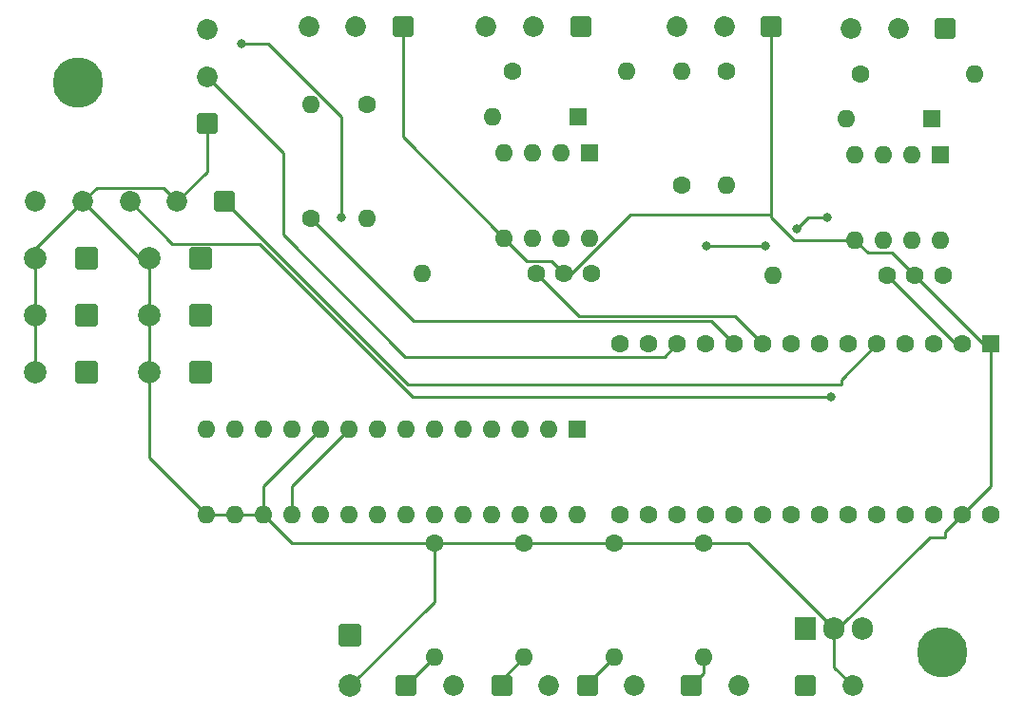
<source format=gbl>
G04 #@! TF.GenerationSoftware,KiCad,Pcbnew,(6.0.5)*
G04 #@! TF.CreationDate,2022-05-27T12:20:46+02:00*
G04 #@! TF.ProjectId,midiperformer,6d696469-7065-4726-966f-726d65722e6b,rev?*
G04 #@! TF.SameCoordinates,Original*
G04 #@! TF.FileFunction,Copper,L2,Bot*
G04 #@! TF.FilePolarity,Positive*
%FSLAX46Y46*%
G04 Gerber Fmt 4.6, Leading zero omitted, Abs format (unit mm)*
G04 Created by KiCad (PCBNEW (6.0.5)) date 2022-05-27 12:20:46*
%MOMM*%
%LPD*%
G01*
G04 APERTURE LIST*
G04 Aperture macros list*
%AMRoundRect*
0 Rectangle with rounded corners*
0 $1 Rounding radius*
0 $2 $3 $4 $5 $6 $7 $8 $9 X,Y pos of 4 corners*
0 Add a 4 corners polygon primitive as box body*
4,1,4,$2,$3,$4,$5,$6,$7,$8,$9,$2,$3,0*
0 Add four circle primitives for the rounded corners*
1,1,$1+$1,$2,$3*
1,1,$1+$1,$4,$5*
1,1,$1+$1,$6,$7*
1,1,$1+$1,$8,$9*
0 Add four rect primitives between the rounded corners*
20,1,$1+$1,$2,$3,$4,$5,0*
20,1,$1+$1,$4,$5,$6,$7,0*
20,1,$1+$1,$6,$7,$8,$9,0*
20,1,$1+$1,$8,$9,$2,$3,0*%
G04 Aperture macros list end*
G04 #@! TA.AperFunction,ComponentPad*
%ADD10RoundRect,0.250000X0.750000X0.750000X-0.750000X0.750000X-0.750000X-0.750000X0.750000X-0.750000X0*%
G04 #@! TD*
G04 #@! TA.AperFunction,ComponentPad*
%ADD11C,2.000000*%
G04 #@! TD*
G04 #@! TA.AperFunction,ComponentPad*
%ADD12RoundRect,0.250000X0.675000X0.675000X-0.675000X0.675000X-0.675000X-0.675000X0.675000X-0.675000X0*%
G04 #@! TD*
G04 #@! TA.AperFunction,ComponentPad*
%ADD13C,1.850000*%
G04 #@! TD*
G04 #@! TA.AperFunction,ComponentPad*
%ADD14C,1.600000*%
G04 #@! TD*
G04 #@! TA.AperFunction,ComponentPad*
%ADD15O,1.600000X1.600000*%
G04 #@! TD*
G04 #@! TA.AperFunction,ComponentPad*
%ADD16C,4.500000*%
G04 #@! TD*
G04 #@! TA.AperFunction,ComponentPad*
%ADD17R,1.600000X1.600000*%
G04 #@! TD*
G04 #@! TA.AperFunction,ComponentPad*
%ADD18RoundRect,0.250000X-0.750000X0.750000X-0.750000X-0.750000X0.750000X-0.750000X0.750000X0.750000X0*%
G04 #@! TD*
G04 #@! TA.AperFunction,ComponentPad*
%ADD19RoundRect,0.250000X-0.675000X-0.675000X0.675000X-0.675000X0.675000X0.675000X-0.675000X0.675000X0*%
G04 #@! TD*
G04 #@! TA.AperFunction,ComponentPad*
%ADD20R,1.905000X2.000000*%
G04 #@! TD*
G04 #@! TA.AperFunction,ComponentPad*
%ADD21O,1.905000X2.000000*%
G04 #@! TD*
G04 #@! TA.AperFunction,ComponentPad*
%ADD22RoundRect,0.250000X0.675000X-0.675000X0.675000X0.675000X-0.675000X0.675000X-0.675000X-0.675000X0*%
G04 #@! TD*
G04 #@! TA.AperFunction,ViaPad*
%ADD23C,0.800000*%
G04 #@! TD*
G04 #@! TA.AperFunction,Conductor*
%ADD24C,0.250000*%
G04 #@! TD*
G04 APERTURE END LIST*
D10*
X161980000Y-83820000D03*
D11*
X157480000Y-83820000D03*
D10*
X172140000Y-83820000D03*
D11*
X167640000Y-83820000D03*
D10*
X161980000Y-78740000D03*
D11*
X157480000Y-78740000D03*
D10*
X172140000Y-78740000D03*
D11*
X167640000Y-78740000D03*
D10*
X161980000Y-73660000D03*
D11*
X157480000Y-73660000D03*
D10*
X172140000Y-73660000D03*
D11*
X167640000Y-73660000D03*
D12*
X174280000Y-68580000D03*
D13*
X170080000Y-68580000D03*
X165880000Y-68580000D03*
X161680000Y-68580000D03*
X157480000Y-68580000D03*
D14*
X215000000Y-67080000D03*
D15*
X215000000Y-56920000D03*
D16*
X238250000Y-108750000D03*
X161250000Y-58000000D03*
D12*
X190200000Y-53000000D03*
D13*
X186000000Y-53000000D03*
X181800000Y-53000000D03*
D14*
X209000000Y-99060000D03*
D15*
X209000000Y-109220000D03*
D14*
X217000000Y-99060000D03*
D15*
X217000000Y-109220000D03*
D17*
X205810000Y-61000000D03*
D15*
X198190000Y-61000000D03*
D14*
X233280000Y-75180000D03*
D15*
X223120000Y-75180000D03*
D12*
X223000000Y-53000000D03*
D13*
X218800000Y-53000000D03*
X214600000Y-53000000D03*
D14*
X199920000Y-57000000D03*
D15*
X210080000Y-57000000D03*
D14*
X187000000Y-59920000D03*
D15*
X187000000Y-70080000D03*
D14*
X182000000Y-70080000D03*
D15*
X182000000Y-59920000D03*
D12*
X206000000Y-53000000D03*
D13*
X201800000Y-53000000D03*
X197600000Y-53000000D03*
D17*
X242570000Y-81280000D03*
D14*
X240030000Y-81280000D03*
X237490000Y-81280000D03*
X234950000Y-81280000D03*
X232410000Y-81280000D03*
X229870000Y-81280000D03*
X227330000Y-81280000D03*
X224790000Y-81280000D03*
X222250000Y-81280000D03*
X219710000Y-81280000D03*
X217170000Y-81280000D03*
X214630000Y-81280000D03*
X212090000Y-81280000D03*
X209550000Y-81280000D03*
X209550000Y-96520000D03*
X212090000Y-96520000D03*
X214630000Y-96520000D03*
X217170000Y-96520000D03*
X219710000Y-96520000D03*
X222250000Y-96520000D03*
X224790000Y-96520000D03*
X227330000Y-96520000D03*
X229870000Y-96520000D03*
X232410000Y-96520000D03*
X234950000Y-96520000D03*
X237490000Y-96520000D03*
X240030000Y-96520000D03*
X242570000Y-96520000D03*
D12*
X238480000Y-53180000D03*
D13*
X234280000Y-53180000D03*
X230080000Y-53180000D03*
D14*
X230920000Y-57180000D03*
D15*
X241080000Y-57180000D03*
D18*
X185500000Y-107260000D03*
D11*
X185500000Y-111760000D03*
D19*
X215900000Y-111760000D03*
D13*
X220100000Y-111760000D03*
D14*
X207000000Y-75000000D03*
X204500000Y-75000000D03*
D17*
X238080000Y-64380000D03*
D15*
X235540000Y-64380000D03*
X233000000Y-64380000D03*
X230460000Y-64380000D03*
X230460000Y-72000000D03*
X233000000Y-72000000D03*
X235540000Y-72000000D03*
X238080000Y-72000000D03*
D14*
X219000000Y-56920000D03*
D15*
X219000000Y-67080000D03*
D17*
X237280000Y-61180000D03*
D15*
X229660000Y-61180000D03*
D19*
X206620000Y-111760000D03*
D13*
X210820000Y-111760000D03*
D19*
X199000000Y-111760000D03*
D13*
X203200000Y-111760000D03*
D20*
X226060000Y-106680000D03*
D21*
X228600000Y-106680000D03*
X231140000Y-106680000D03*
D14*
X193000000Y-99060000D03*
D15*
X193000000Y-109220000D03*
D14*
X238280000Y-75180000D03*
X235780000Y-75180000D03*
X201000000Y-99060000D03*
D15*
X201000000Y-109220000D03*
D14*
X202080000Y-75000000D03*
D15*
X191920000Y-75000000D03*
D13*
X172750000Y-53250000D03*
X172750000Y-57450000D03*
D22*
X172750000Y-61650000D03*
D19*
X190500000Y-111760000D03*
D13*
X194700000Y-111760000D03*
D19*
X226060000Y-111760000D03*
D13*
X230260000Y-111760000D03*
D17*
X205740000Y-88900000D03*
D15*
X203200000Y-88900000D03*
X200660000Y-88900000D03*
X198120000Y-88900000D03*
X195580000Y-88900000D03*
X193040000Y-88900000D03*
X190500000Y-88900000D03*
X187960000Y-88900000D03*
X185420000Y-88900000D03*
X182880000Y-88900000D03*
X180340000Y-88900000D03*
X177800000Y-88900000D03*
X175260000Y-88900000D03*
X172720000Y-88900000D03*
X172720000Y-96520000D03*
X175260000Y-96520000D03*
X177800000Y-96520000D03*
X180340000Y-96520000D03*
X182880000Y-96520000D03*
X185420000Y-96520000D03*
X187960000Y-96520000D03*
X190500000Y-96520000D03*
X193040000Y-96520000D03*
X195580000Y-96520000D03*
X198120000Y-96520000D03*
X200660000Y-96520000D03*
X203200000Y-96520000D03*
X205740000Y-96520000D03*
D17*
X206800000Y-64200000D03*
D15*
X204260000Y-64200000D03*
X201720000Y-64200000D03*
X199180000Y-64200000D03*
X199180000Y-71820000D03*
X201720000Y-71820000D03*
X204260000Y-71820000D03*
X206800000Y-71820000D03*
D23*
X228300000Y-86000000D03*
X184700000Y-70000000D03*
X175800000Y-54500000D03*
X228000000Y-70000000D03*
X225250000Y-71000000D03*
X222500000Y-72500000D03*
X217250000Y-72500000D03*
D24*
X180340000Y-93980000D02*
X185420000Y-88900000D01*
X180340000Y-96520000D02*
X180340000Y-93980000D01*
X191064282Y-86000000D02*
X228300000Y-86000000D01*
X177399762Y-72335480D02*
X191064282Y-86000000D01*
X169635480Y-72335480D02*
X177399762Y-72335480D01*
X165880000Y-68580000D02*
X169635480Y-72335480D01*
X229200000Y-84490000D02*
X232410000Y-81280000D01*
X190600000Y-84900000D02*
X229200000Y-84900000D01*
X174280000Y-68580000D02*
X190600000Y-84900000D01*
X229200000Y-84900000D02*
X229200000Y-84490000D01*
X213505489Y-82404511D02*
X214630000Y-81280000D01*
X190404511Y-82404511D02*
X213505489Y-82404511D01*
X179500000Y-71500000D02*
X190404511Y-82404511D01*
X179500000Y-64200000D02*
X179500000Y-71500000D01*
X172750000Y-57450000D02*
X179500000Y-64200000D01*
X184700000Y-61029700D02*
X178170300Y-54500000D01*
X184700000Y-70000000D02*
X184700000Y-61029700D01*
X178170300Y-54500000D02*
X175800000Y-54500000D01*
X168830489Y-67330489D02*
X162929511Y-67330489D01*
X170080000Y-68580000D02*
X168830489Y-67330489D01*
X162929511Y-67330489D02*
X161680000Y-68580000D01*
X172750000Y-65910000D02*
X170080000Y-68580000D01*
X172750000Y-61650000D02*
X172750000Y-65910000D01*
X166760000Y-73660000D02*
X167640000Y-73660000D01*
X161680000Y-68580000D02*
X166760000Y-73660000D01*
X157480000Y-72780000D02*
X157480000Y-73660000D01*
X161680000Y-68580000D02*
X157480000Y-72780000D01*
X157480000Y-73660000D02*
X157480000Y-78740000D01*
X157480000Y-83820000D02*
X157480000Y-78740000D01*
X167640000Y-78740000D02*
X167640000Y-83820000D01*
X167640000Y-73660000D02*
X167640000Y-78740000D01*
X167640000Y-91440000D02*
X172720000Y-96520000D01*
X167640000Y-83820000D02*
X167640000Y-91440000D01*
X175260000Y-96520000D02*
X177800000Y-96520000D01*
X172720000Y-96520000D02*
X175260000Y-96520000D01*
X177800000Y-93980000D02*
X182880000Y-88900000D01*
X177800000Y-96520000D02*
X177800000Y-93980000D01*
X180340000Y-99060000D02*
X177800000Y-96520000D01*
X193000000Y-99060000D02*
X180340000Y-99060000D01*
X193000000Y-104260000D02*
X185500000Y-111760000D01*
X193000000Y-99060000D02*
X193000000Y-104260000D01*
X201000000Y-99060000D02*
X193000000Y-99060000D01*
X209000000Y-99060000D02*
X201000000Y-99060000D01*
X217000000Y-99060000D02*
X209000000Y-99060000D01*
X220980000Y-99060000D02*
X228600000Y-106680000D01*
X217000000Y-99060000D02*
X220980000Y-99060000D01*
X219770480Y-78800480D02*
X222250000Y-81280000D01*
X205880480Y-78800480D02*
X219770480Y-78800480D01*
X217680000Y-79250000D02*
X219710000Y-81280000D01*
X191170000Y-79250000D02*
X217680000Y-79250000D01*
X222500000Y-72500000D02*
X217250000Y-72500000D01*
X228000000Y-70000000D02*
X226250000Y-70000000D01*
X226250000Y-70000000D02*
X225250000Y-71000000D01*
X190200000Y-62840000D02*
X199180000Y-71820000D01*
X237100300Y-98500000D02*
X238500000Y-98500000D01*
X231584511Y-73124511D02*
X230460000Y-72000000D01*
X235780000Y-75180000D02*
X241880000Y-81280000D01*
X199180000Y-71820000D02*
X201235489Y-73875489D01*
X238500000Y-98500000D02*
X238500000Y-98050000D01*
X223000000Y-69750000D02*
X223000000Y-70000000D01*
X242570000Y-93980000D02*
X240030000Y-96520000D01*
X223000000Y-53000000D02*
X223000000Y-69750000D01*
X204500000Y-75000000D02*
X205210300Y-75000000D01*
X228600000Y-106680000D02*
X228920300Y-106680000D01*
X228600000Y-110100000D02*
X230260000Y-111760000D01*
X190200000Y-53000000D02*
X190200000Y-62840000D01*
X241880000Y-81280000D02*
X242570000Y-81280000D01*
X228920300Y-106680000D02*
X237100300Y-98500000D01*
X210460300Y-69750000D02*
X223000000Y-69750000D01*
X228600000Y-106680000D02*
X228600000Y-110100000D01*
X238500000Y-98050000D02*
X240030000Y-96520000D01*
X233724511Y-73124511D02*
X231584511Y-73124511D01*
X235780000Y-75180000D02*
X233724511Y-73124511D01*
X223000000Y-70000000D02*
X225000000Y-72000000D01*
X242570000Y-81280000D02*
X242570000Y-93980000D01*
X225000000Y-72000000D02*
X230460000Y-72000000D01*
X201235489Y-73875489D02*
X203375489Y-73875489D01*
X205210300Y-75000000D02*
X210460300Y-69750000D01*
X203375489Y-73875489D02*
X204500000Y-75000000D01*
X182000000Y-70080000D02*
X191170000Y-79250000D01*
X202080000Y-75000000D02*
X205880480Y-78800480D01*
X233280000Y-75180000D02*
X239380000Y-81280000D01*
X239380000Y-81280000D02*
X240030000Y-81280000D01*
X217000000Y-110660000D02*
X215900000Y-111760000D01*
X217000000Y-109220000D02*
X217000000Y-110660000D01*
X206620000Y-111600000D02*
X206620000Y-111760000D01*
X209000000Y-109220000D02*
X206620000Y-111600000D01*
X201000000Y-109220000D02*
X199000000Y-111220000D01*
X199000000Y-111220000D02*
X199000000Y-111760000D01*
X190500000Y-111720000D02*
X190500000Y-111760000D01*
X193000000Y-109220000D02*
X190500000Y-111720000D01*
M02*

</source>
